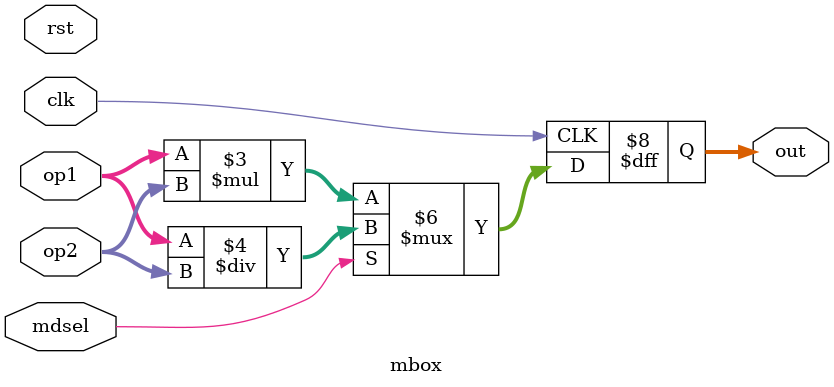
<source format=sv>

module mbox(
 			 clk,
  			 rst,
  			 op1,
  			 op2,
  			 mdsel,
			 out  			 
);
  
  parameter XLEN = 32;
  input logic clk;
  input logic rst;
  
  input logic [(XLEN/2)-1:0] op1;
  input logic [(XLEN/2)-1:0] op2;
  input logic mdsel;
  
  output logic [XLEN-1:0] out;
  
  always @(posedge clk) begin
    if(rst) 
      out <= 0;
    if(mdsel == 0)
      out <= op1 * op2;
    else
      out <= op1 / op2;
  end
  
endmodule
  

</source>
